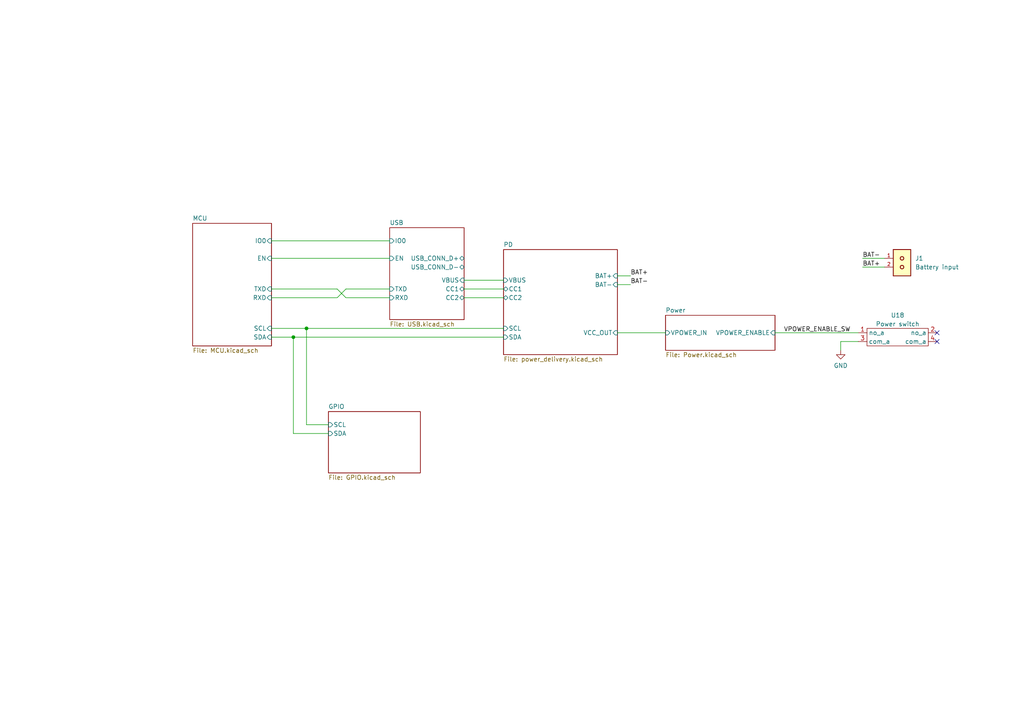
<source format=kicad_sch>
(kicad_sch (version 20250114) (generator "eeschema") (generator_version "9.0")
  (paper "A4")
  (lib_symbols
    (symbol "molex-2pin:22-27-2021" (pin_names (offset 1.016))
      (property "Reference" "J" (at -2.5412 5.0823 0))
      (property "Value" "22-27-2021" (at -2.5424 -5.0848 0))
      (symbol "22-27-2021_0_0"
        (rectangle (start -2.54 -2.54) (end 2.54 5.08) (stroke (width 0.254)) (fill (type background)))
        (circle (center 0 2.54) (radius 0.508) (stroke (width 0.254)))
        (circle (center 0 0) (radius 0.508) (stroke (width 0.254)))
        (pin passive line (at -5.08 2.54 0) (length 2.54) (name "~") (number "1"))
        (pin passive line (at -5.08 0 0) (length 2.54) (name "~") (number "2"))
      )
    )
    (symbol "power:GND" (power) (pin_names (offset 0))
      (property "Value" "GND" (at 0 -3.81 0))
      (symbol "GND_0_1"
        (polyline (pts (xy 0 0) (xy 0 -1.27) (xy 1.27 -1.27) (xy 0 -2.54) (xy -1.27 -1.27) (xy 0 -1.27)))
      )
      (symbol "GND_1_1"
        (pin power_in line (at 0 0 270) (length 0) (hide yes) (name "GND") (number "1"))
      )
    )
    (symbol "ts-1212f:swith_tf-1212f"
      (property "Reference" "U" (at 0 0 0))
      (symbol "swith_tf-1212f_0_1"
        (rectangle (start -8.89 2.54) (end 8.89 -2.54))
      )
      (symbol "swith_tf-1212f_1_1"
        (pin bidirectional line (at -11.43 1.27 0) (length 2.54) (name "no_a") (number "1"))
        (pin bidirectional line (at -11.43 -1.27 0) (length 2.54) (name "com_a") (number "3"))
        (pin bidirectional line (at 11.43 1.27 180) (length 2.54) (name "no_a") (number "2"))
        (pin bidirectional line (at 11.43 -1.27 180) (length 2.54) (name "com_a") (number "4"))
      )
    )
  )
  (junction (at 88.9 95.25))
  (junction (at 85.09 97.79))
  (no_connect (at 271.78 99.06))
  (no_connect (at 271.78 96.52))
  (wire (pts (xy 134.62 86.36) (xy 146.05 86.36)))
  (wire (pts (xy 88.9 95.25) (xy 88.9 123.19)))
  (wire (pts (xy 243.84 99.06) (xy 248.92 99.06)))
  (wire (pts (xy 134.62 81.28) (xy 146.05 81.28)))
  (wire (pts (xy 224.79 96.52) (xy 248.92 96.52)))
  (wire (pts (xy 85.09 97.79) (xy 146.05 97.79)))
  (wire (pts (xy 85.09 97.79) (xy 85.09 125.73)))
  (wire (pts (xy 250.19 77.47) (xy 256.54 77.47)))
  (wire (pts (xy 78.74 95.25) (xy 88.9 95.25)))
  (wire (pts (xy 179.07 82.55) (xy 182.88 82.55)))
  (wire (pts (xy 78.74 74.93) (xy 113.03 74.93)))
  (wire (pts (xy 134.62 83.82) (xy 146.05 83.82)))
  (wire (pts (xy 78.74 97.79) (xy 85.09 97.79)))
  (wire (pts (xy 113.03 83.82) (xy 100.33 83.82)))
  (wire (pts (xy 100.33 86.36) (xy 113.03 86.36)))
  (wire (pts (xy 179.07 80.01) (xy 182.88 80.01)))
  (wire (pts (xy 78.74 83.82) (xy 97.79 83.82)))
  (wire (pts (xy 97.79 83.82) (xy 100.33 86.36)))
  (wire (pts (xy 78.74 69.85) (xy 113.03 69.85)))
  (wire (pts (xy 78.74 86.36) (xy 97.79 86.36)))
  (wire (pts (xy 100.33 83.82) (xy 97.79 86.36)))
  (wire (pts (xy 95.25 125.73) (xy 85.09 125.73)))
  (wire (pts (xy 243.84 99.06) (xy 243.84 101.6)))
  (wire (pts (xy 179.07 96.52) (xy 193.04 96.52)))
  (wire (pts (xy 88.9 95.25) (xy 146.05 95.25)))
  (wire (pts (xy 250.19 74.93) (xy 256.54 74.93)))
  (wire (pts (xy 95.25 123.19) (xy 88.9 123.19)))
  (label "BAT+" (at 250.19 77.47 0))
  (label "BAT-" (at 250.19 74.93 0))
  (label "BAT-" (at 182.88 82.55 0))
  (label "BAT+" (at 182.88 80.01 0))
  (label "VPOWER_ENABLE_SW" (at 227.33 96.52 0))
  (symbol (lib_id "molex-2pin:22-27-2021") (at 261.62 77.47 0) (unit 1)
    (property "Reference" "J1" (at 265.43 74.9299 0) (effects (justify left)))
    (property "Value" "Battery input" (at 265.43 77.4699 0) (effects (justify left)))
    (property "Footprint" "Connector_JST:JST_PH_B2B-PH-K_1x02_P2.00mm_Vertical" (effects (hide yes)))
    (property "Description" "2227 - Molex Wire-to-Board 2.54 mm KK Type Straight Headers" (effects (hide yes)))
    (property "MF" "Molex" (effects (hide yes)))
    (property "Package" "None" (effects (hide yes)))
    (property "Price" "None" (effects (hide yes)))
    (property "Check_prices" "https://www.snapeda.com/parts/22-27-2021/Molex/view-part/?ref=eda" (effects (hide yes)))
    (property "SnapEDA_Link" "https://www.snapeda.com/parts/22-27-2021/Molex/view-part/?ref=snap" (effects (hide yes)))
    (property "MP" "22-27-2021" (effects (hide yes)))
    (property "Purchase-URL" "https://www.snapeda.com/api/url_track_click_mouser/?unipart_id=378472&manufacturer=Molex&part_name=22-27-2021&search_term=22272021" (effects (hide yes)))
    (property "Availability" "In Stock" (effects (hide yes)))
    (property "MANUFACTURER" "MOLEX" (effects (hide yes)))
  )
  (symbol (lib_id "power:GND") (at 243.84 101.6 0) (unit 1)
    (property "Reference" "#PWR02" (effects (hide yes)))
    (property "Value" "GND" (at 243.84 106.045 0))
  )
  (symbol (lib_id "ts-1212f:swith_tf-1212f") (at 260.35 97.79 0) (unit 1)
    (property "Reference" "U18" (at 260.35 91.44 0))
    (property "Value" "Power switch" (at 260.35 93.98 0))
    (property "Footprint" "ts-1212f:ts-1212f" (effects (hide yes)))
  )
  (sheet (at 193.04 91.44) (size 31.75 10.16) (stroke (width 0.1524))
    (property "Sheetname" "Power" (at 193.04 90.7284 0) (effects (justify left bottom)))
    (property "Sheetfile" "Power.kicad_sch" (at 193.04 102.1846 0) (effects (justify left top)))
    (pin "VPOWER_ENABLE" input (at 224.79 96.52 0))
    (pin "VPOWER_IN" input (at 193.04 96.52 180))
  )
  (sheet (at 146.05 72.39) (size 33.02 30.48) (stroke (width 0.1524))
    (property "Sheetname" "PD" (at 146.05 71.6784 0) (effects (justify left bottom)))
    (property "Sheetfile" "power_delivery.kicad_sch" (at 146.05 103.4546 0) (effects (justify left top)))
    (pin "CC1" bidirectional (at 146.05 83.82 180))
    (pin "CC2" bidirectional (at 146.05 86.36 180))
    (pin "VBUS" input (at 146.05 81.28 180))
    (pin "SCL" input (at 146.05 95.25 180))
    (pin "SDA" input (at 146.05 97.79 180))
    (pin "BAT+" input (at 179.07 80.01 0))
    (pin "BAT-" input (at 179.07 82.55 0))
    (pin "VCC_OUT" input (at 179.07 96.52 0))
  )
  (sheet (at 55.88 64.77) (size 22.86 35.56) (stroke (width 0.1524))
    (property "Sheetname" "MCU" (at 55.88 64.0584 0) (effects (justify left bottom)))
    (property "Sheetfile" "MCU.kicad_sch" (at 55.88 100.9146 0) (effects (justify left top)))
    (pin "IO0" input (at 78.74 69.85 0))
    (pin "EN" input (at 78.74 74.93 0))
    (pin "TXD" input (at 78.74 83.82 0))
    (pin "RXD" input (at 78.74 86.36 0))
    (pin "SCL" input (at 78.74 95.25 0))
    (pin "SDA" input (at 78.74 97.79 0))
  )
  (sheet (at 113.03 66.04) (size 21.59 26.67) (stroke (width 0.1524))
    (property "Sheetname" "USB" (at 113.03 65.3284 0) (effects (justify left bottom)))
    (property "Sheetfile" "USB.kicad_sch" (at 113.03 93.2946 0) (effects (justify left top)))
    (pin "EN" input (at 113.03 74.93 180))
    (pin "IO0" input (at 113.03 69.85 180))
    (pin "RXD" input (at 113.03 86.36 180))
    (pin "TXD" input (at 113.03 83.82 180))
    (pin "VBUS" input (at 134.62 81.28 0))
    (pin "CC1" bidirectional (at 134.62 83.82 0))
    (pin "CC2" bidirectional (at 134.62 86.36 0))
    (pin "USB_CONN_D+" bidirectional (at 134.62 74.93 0))
    (pin "USB_CONN_D-" bidirectional (at 134.62 77.47 0))
  )
  (sheet (at 95.25 119.38) (size 26.67 17.78) (stroke (width 0.1524))
    (property "Sheetname" "GPIO" (at 95.25 118.6684 0) (effects (justify left bottom)))
    (property "Sheetfile" "GPIO.kicad_sch" (at 95.25 137.7446 0) (effects (justify left top)))
    (pin "SCL" input (at 95.25 123.19 180))
    (pin "SDA" input (at 95.25 125.73 180))
  )
)
</source>
